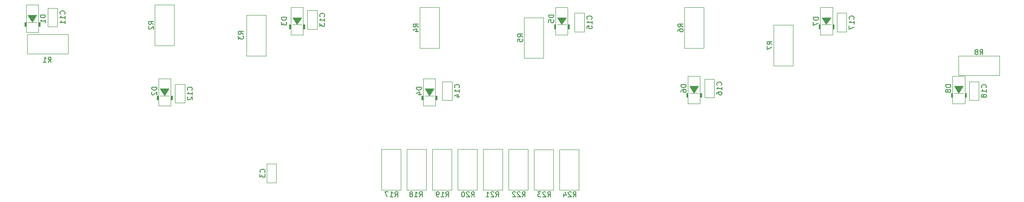
<source format=gbr>
%TF.GenerationSoftware,KiCad,Pcbnew,7.0.9*%
%TF.CreationDate,2024-06-20T14:31:36+03:00*%
%TF.ProjectId,_____ ____ __________,1f3b3042-3020-4443-9e42-3e2041323542,rev?*%
%TF.SameCoordinates,Original*%
%TF.FileFunction,Legend,Bot*%
%TF.FilePolarity,Positive*%
%FSLAX46Y46*%
G04 Gerber Fmt 4.6, Leading zero omitted, Abs format (unit mm)*
G04 Created by KiCad (PCBNEW 7.0.9) date 2024-06-20 14:31:36*
%MOMM*%
%LPD*%
G01*
G04 APERTURE LIST*
%ADD10C,0.150000*%
%ADD11C,0.120000*%
%ADD12C,0.100000*%
G04 APERTURE END LIST*
D10*
X39359580Y-52857142D02*
X39407200Y-52809523D01*
X39407200Y-52809523D02*
X39454819Y-52666666D01*
X39454819Y-52666666D02*
X39454819Y-52571428D01*
X39454819Y-52571428D02*
X39407200Y-52428571D01*
X39407200Y-52428571D02*
X39311961Y-52333333D01*
X39311961Y-52333333D02*
X39216723Y-52285714D01*
X39216723Y-52285714D02*
X39026247Y-52238095D01*
X39026247Y-52238095D02*
X38883390Y-52238095D01*
X38883390Y-52238095D02*
X38692914Y-52285714D01*
X38692914Y-52285714D02*
X38597676Y-52333333D01*
X38597676Y-52333333D02*
X38502438Y-52428571D01*
X38502438Y-52428571D02*
X38454819Y-52571428D01*
X38454819Y-52571428D02*
X38454819Y-52666666D01*
X38454819Y-52666666D02*
X38502438Y-52809523D01*
X38502438Y-52809523D02*
X38550057Y-52857142D01*
X39454819Y-53809523D02*
X39454819Y-53238095D01*
X39454819Y-53523809D02*
X38454819Y-53523809D01*
X38454819Y-53523809D02*
X38597676Y-53428571D01*
X38597676Y-53428571D02*
X38692914Y-53333333D01*
X38692914Y-53333333D02*
X38740533Y-53238095D01*
X39454819Y-54761904D02*
X39454819Y-54190476D01*
X39454819Y-54476190D02*
X38454819Y-54476190D01*
X38454819Y-54476190D02*
X38597676Y-54380952D01*
X38597676Y-54380952D02*
X38692914Y-54285714D01*
X38692914Y-54285714D02*
X38740533Y-54190476D01*
X129334819Y-57383333D02*
X128858628Y-57050000D01*
X129334819Y-56811905D02*
X128334819Y-56811905D01*
X128334819Y-56811905D02*
X128334819Y-57192857D01*
X128334819Y-57192857D02*
X128382438Y-57288095D01*
X128382438Y-57288095D02*
X128430057Y-57335714D01*
X128430057Y-57335714D02*
X128525295Y-57383333D01*
X128525295Y-57383333D02*
X128668152Y-57383333D01*
X128668152Y-57383333D02*
X128763390Y-57335714D01*
X128763390Y-57335714D02*
X128811009Y-57288095D01*
X128811009Y-57288095D02*
X128858628Y-57192857D01*
X128858628Y-57192857D02*
X128858628Y-56811905D01*
X128334819Y-58288095D02*
X128334819Y-57811905D01*
X128334819Y-57811905D02*
X128811009Y-57764286D01*
X128811009Y-57764286D02*
X128763390Y-57811905D01*
X128763390Y-57811905D02*
X128715771Y-57907143D01*
X128715771Y-57907143D02*
X128715771Y-58145238D01*
X128715771Y-58145238D02*
X128763390Y-58240476D01*
X128763390Y-58240476D02*
X128811009Y-58288095D01*
X128811009Y-58288095D02*
X128906247Y-58335714D01*
X128906247Y-58335714D02*
X129144342Y-58335714D01*
X129144342Y-58335714D02*
X129239580Y-58288095D01*
X129239580Y-58288095D02*
X129287200Y-58240476D01*
X129287200Y-58240476D02*
X129334819Y-58145238D01*
X129334819Y-58145238D02*
X129334819Y-57907143D01*
X129334819Y-57907143D02*
X129287200Y-57811905D01*
X129287200Y-57811905D02*
X129239580Y-57764286D01*
X213454819Y-66761905D02*
X212454819Y-66761905D01*
X212454819Y-66761905D02*
X212454819Y-67000000D01*
X212454819Y-67000000D02*
X212502438Y-67142857D01*
X212502438Y-67142857D02*
X212597676Y-67238095D01*
X212597676Y-67238095D02*
X212692914Y-67285714D01*
X212692914Y-67285714D02*
X212883390Y-67333333D01*
X212883390Y-67333333D02*
X213026247Y-67333333D01*
X213026247Y-67333333D02*
X213216723Y-67285714D01*
X213216723Y-67285714D02*
X213311961Y-67238095D01*
X213311961Y-67238095D02*
X213407200Y-67142857D01*
X213407200Y-67142857D02*
X213454819Y-67000000D01*
X213454819Y-67000000D02*
X213454819Y-66761905D01*
X212883390Y-67904762D02*
X212835771Y-67809524D01*
X212835771Y-67809524D02*
X212788152Y-67761905D01*
X212788152Y-67761905D02*
X212692914Y-67714286D01*
X212692914Y-67714286D02*
X212645295Y-67714286D01*
X212645295Y-67714286D02*
X212550057Y-67761905D01*
X212550057Y-67761905D02*
X212502438Y-67809524D01*
X212502438Y-67809524D02*
X212454819Y-67904762D01*
X212454819Y-67904762D02*
X212454819Y-68095238D01*
X212454819Y-68095238D02*
X212502438Y-68190476D01*
X212502438Y-68190476D02*
X212550057Y-68238095D01*
X212550057Y-68238095D02*
X212645295Y-68285714D01*
X212645295Y-68285714D02*
X212692914Y-68285714D01*
X212692914Y-68285714D02*
X212788152Y-68238095D01*
X212788152Y-68238095D02*
X212835771Y-68190476D01*
X212835771Y-68190476D02*
X212883390Y-68095238D01*
X212883390Y-68095238D02*
X212883390Y-67904762D01*
X212883390Y-67904762D02*
X212931009Y-67809524D01*
X212931009Y-67809524D02*
X212978628Y-67761905D01*
X212978628Y-67761905D02*
X213073866Y-67714286D01*
X213073866Y-67714286D02*
X213264342Y-67714286D01*
X213264342Y-67714286D02*
X213359580Y-67761905D01*
X213359580Y-67761905D02*
X213407200Y-67809524D01*
X213407200Y-67809524D02*
X213454819Y-67904762D01*
X213454819Y-67904762D02*
X213454819Y-68095238D01*
X213454819Y-68095238D02*
X213407200Y-68190476D01*
X213407200Y-68190476D02*
X213359580Y-68238095D01*
X213359580Y-68238095D02*
X213264342Y-68285714D01*
X213264342Y-68285714D02*
X213073866Y-68285714D01*
X213073866Y-68285714D02*
X212978628Y-68238095D01*
X212978628Y-68238095D02*
X212931009Y-68190476D01*
X212931009Y-68190476D02*
X212883390Y-68095238D01*
X168359580Y-66857142D02*
X168407200Y-66809523D01*
X168407200Y-66809523D02*
X168454819Y-66666666D01*
X168454819Y-66666666D02*
X168454819Y-66571428D01*
X168454819Y-66571428D02*
X168407200Y-66428571D01*
X168407200Y-66428571D02*
X168311961Y-66333333D01*
X168311961Y-66333333D02*
X168216723Y-66285714D01*
X168216723Y-66285714D02*
X168026247Y-66238095D01*
X168026247Y-66238095D02*
X167883390Y-66238095D01*
X167883390Y-66238095D02*
X167692914Y-66285714D01*
X167692914Y-66285714D02*
X167597676Y-66333333D01*
X167597676Y-66333333D02*
X167502438Y-66428571D01*
X167502438Y-66428571D02*
X167454819Y-66571428D01*
X167454819Y-66571428D02*
X167454819Y-66666666D01*
X167454819Y-66666666D02*
X167502438Y-66809523D01*
X167502438Y-66809523D02*
X167550057Y-66857142D01*
X168454819Y-67809523D02*
X168454819Y-67238095D01*
X168454819Y-67523809D02*
X167454819Y-67523809D01*
X167454819Y-67523809D02*
X167597676Y-67428571D01*
X167597676Y-67428571D02*
X167692914Y-67333333D01*
X167692914Y-67333333D02*
X167740533Y-67238095D01*
X167454819Y-68666666D02*
X167454819Y-68476190D01*
X167454819Y-68476190D02*
X167502438Y-68380952D01*
X167502438Y-68380952D02*
X167550057Y-68333333D01*
X167550057Y-68333333D02*
X167692914Y-68238095D01*
X167692914Y-68238095D02*
X167883390Y-68190476D01*
X167883390Y-68190476D02*
X168264342Y-68190476D01*
X168264342Y-68190476D02*
X168359580Y-68238095D01*
X168359580Y-68238095D02*
X168407200Y-68285714D01*
X168407200Y-68285714D02*
X168454819Y-68380952D01*
X168454819Y-68380952D02*
X168454819Y-68571428D01*
X168454819Y-68571428D02*
X168407200Y-68666666D01*
X168407200Y-68666666D02*
X168359580Y-68714285D01*
X168359580Y-68714285D02*
X168264342Y-68761904D01*
X168264342Y-68761904D02*
X168026247Y-68761904D01*
X168026247Y-68761904D02*
X167931009Y-68714285D01*
X167931009Y-68714285D02*
X167883390Y-68666666D01*
X167883390Y-68666666D02*
X167835771Y-68571428D01*
X167835771Y-68571428D02*
X167835771Y-68380952D01*
X167835771Y-68380952D02*
X167883390Y-68285714D01*
X167883390Y-68285714D02*
X167931009Y-68238095D01*
X167931009Y-68238095D02*
X168026247Y-68190476D01*
X90359580Y-53357142D02*
X90407200Y-53309523D01*
X90407200Y-53309523D02*
X90454819Y-53166666D01*
X90454819Y-53166666D02*
X90454819Y-53071428D01*
X90454819Y-53071428D02*
X90407200Y-52928571D01*
X90407200Y-52928571D02*
X90311961Y-52833333D01*
X90311961Y-52833333D02*
X90216723Y-52785714D01*
X90216723Y-52785714D02*
X90026247Y-52738095D01*
X90026247Y-52738095D02*
X89883390Y-52738095D01*
X89883390Y-52738095D02*
X89692914Y-52785714D01*
X89692914Y-52785714D02*
X89597676Y-52833333D01*
X89597676Y-52833333D02*
X89502438Y-52928571D01*
X89502438Y-52928571D02*
X89454819Y-53071428D01*
X89454819Y-53071428D02*
X89454819Y-53166666D01*
X89454819Y-53166666D02*
X89502438Y-53309523D01*
X89502438Y-53309523D02*
X89550057Y-53357142D01*
X90454819Y-54309523D02*
X90454819Y-53738095D01*
X90454819Y-54023809D02*
X89454819Y-54023809D01*
X89454819Y-54023809D02*
X89597676Y-53928571D01*
X89597676Y-53928571D02*
X89692914Y-53833333D01*
X89692914Y-53833333D02*
X89740533Y-53738095D01*
X89454819Y-54642857D02*
X89454819Y-55261904D01*
X89454819Y-55261904D02*
X89835771Y-54928571D01*
X89835771Y-54928571D02*
X89835771Y-55071428D01*
X89835771Y-55071428D02*
X89883390Y-55166666D01*
X89883390Y-55166666D02*
X89931009Y-55214285D01*
X89931009Y-55214285D02*
X90026247Y-55261904D01*
X90026247Y-55261904D02*
X90264342Y-55261904D01*
X90264342Y-55261904D02*
X90359580Y-55214285D01*
X90359580Y-55214285D02*
X90407200Y-55166666D01*
X90407200Y-55166666D02*
X90454819Y-55071428D01*
X90454819Y-55071428D02*
X90454819Y-54785714D01*
X90454819Y-54785714D02*
X90407200Y-54690476D01*
X90407200Y-54690476D02*
X90359580Y-54642857D01*
X109042857Y-88854819D02*
X109376190Y-88378628D01*
X109614285Y-88854819D02*
X109614285Y-87854819D01*
X109614285Y-87854819D02*
X109233333Y-87854819D01*
X109233333Y-87854819D02*
X109138095Y-87902438D01*
X109138095Y-87902438D02*
X109090476Y-87950057D01*
X109090476Y-87950057D02*
X109042857Y-88045295D01*
X109042857Y-88045295D02*
X109042857Y-88188152D01*
X109042857Y-88188152D02*
X109090476Y-88283390D01*
X109090476Y-88283390D02*
X109138095Y-88331009D01*
X109138095Y-88331009D02*
X109233333Y-88378628D01*
X109233333Y-88378628D02*
X109614285Y-88378628D01*
X108090476Y-88854819D02*
X108661904Y-88854819D01*
X108376190Y-88854819D02*
X108376190Y-87854819D01*
X108376190Y-87854819D02*
X108471428Y-87997676D01*
X108471428Y-87997676D02*
X108566666Y-88092914D01*
X108566666Y-88092914D02*
X108661904Y-88140533D01*
X107519047Y-88283390D02*
X107614285Y-88235771D01*
X107614285Y-88235771D02*
X107661904Y-88188152D01*
X107661904Y-88188152D02*
X107709523Y-88092914D01*
X107709523Y-88092914D02*
X107709523Y-88045295D01*
X107709523Y-88045295D02*
X107661904Y-87950057D01*
X107661904Y-87950057D02*
X107614285Y-87902438D01*
X107614285Y-87902438D02*
X107519047Y-87854819D01*
X107519047Y-87854819D02*
X107328571Y-87854819D01*
X107328571Y-87854819D02*
X107233333Y-87902438D01*
X107233333Y-87902438D02*
X107185714Y-87950057D01*
X107185714Y-87950057D02*
X107138095Y-88045295D01*
X107138095Y-88045295D02*
X107138095Y-88092914D01*
X107138095Y-88092914D02*
X107185714Y-88188152D01*
X107185714Y-88188152D02*
X107233333Y-88235771D01*
X107233333Y-88235771D02*
X107328571Y-88283390D01*
X107328571Y-88283390D02*
X107519047Y-88283390D01*
X107519047Y-88283390D02*
X107614285Y-88331009D01*
X107614285Y-88331009D02*
X107661904Y-88378628D01*
X107661904Y-88378628D02*
X107709523Y-88473866D01*
X107709523Y-88473866D02*
X107709523Y-88664342D01*
X107709523Y-88664342D02*
X107661904Y-88759580D01*
X107661904Y-88759580D02*
X107614285Y-88807200D01*
X107614285Y-88807200D02*
X107519047Y-88854819D01*
X107519047Y-88854819D02*
X107328571Y-88854819D01*
X107328571Y-88854819D02*
X107233333Y-88807200D01*
X107233333Y-88807200D02*
X107185714Y-88759580D01*
X107185714Y-88759580D02*
X107138095Y-88664342D01*
X107138095Y-88664342D02*
X107138095Y-88473866D01*
X107138095Y-88473866D02*
X107185714Y-88378628D01*
X107185714Y-88378628D02*
X107233333Y-88331009D01*
X107233333Y-88331009D02*
X107328571Y-88283390D01*
X139242857Y-88854819D02*
X139576190Y-88378628D01*
X139814285Y-88854819D02*
X139814285Y-87854819D01*
X139814285Y-87854819D02*
X139433333Y-87854819D01*
X139433333Y-87854819D02*
X139338095Y-87902438D01*
X139338095Y-87902438D02*
X139290476Y-87950057D01*
X139290476Y-87950057D02*
X139242857Y-88045295D01*
X139242857Y-88045295D02*
X139242857Y-88188152D01*
X139242857Y-88188152D02*
X139290476Y-88283390D01*
X139290476Y-88283390D02*
X139338095Y-88331009D01*
X139338095Y-88331009D02*
X139433333Y-88378628D01*
X139433333Y-88378628D02*
X139814285Y-88378628D01*
X138861904Y-87950057D02*
X138814285Y-87902438D01*
X138814285Y-87902438D02*
X138719047Y-87854819D01*
X138719047Y-87854819D02*
X138480952Y-87854819D01*
X138480952Y-87854819D02*
X138385714Y-87902438D01*
X138385714Y-87902438D02*
X138338095Y-87950057D01*
X138338095Y-87950057D02*
X138290476Y-88045295D01*
X138290476Y-88045295D02*
X138290476Y-88140533D01*
X138290476Y-88140533D02*
X138338095Y-88283390D01*
X138338095Y-88283390D02*
X138909523Y-88854819D01*
X138909523Y-88854819D02*
X138290476Y-88854819D01*
X137433333Y-88188152D02*
X137433333Y-88854819D01*
X137671428Y-87807200D02*
X137909523Y-88521485D01*
X137909523Y-88521485D02*
X137290476Y-88521485D01*
X124042857Y-88854819D02*
X124376190Y-88378628D01*
X124614285Y-88854819D02*
X124614285Y-87854819D01*
X124614285Y-87854819D02*
X124233333Y-87854819D01*
X124233333Y-87854819D02*
X124138095Y-87902438D01*
X124138095Y-87902438D02*
X124090476Y-87950057D01*
X124090476Y-87950057D02*
X124042857Y-88045295D01*
X124042857Y-88045295D02*
X124042857Y-88188152D01*
X124042857Y-88188152D02*
X124090476Y-88283390D01*
X124090476Y-88283390D02*
X124138095Y-88331009D01*
X124138095Y-88331009D02*
X124233333Y-88378628D01*
X124233333Y-88378628D02*
X124614285Y-88378628D01*
X123661904Y-87950057D02*
X123614285Y-87902438D01*
X123614285Y-87902438D02*
X123519047Y-87854819D01*
X123519047Y-87854819D02*
X123280952Y-87854819D01*
X123280952Y-87854819D02*
X123185714Y-87902438D01*
X123185714Y-87902438D02*
X123138095Y-87950057D01*
X123138095Y-87950057D02*
X123090476Y-88045295D01*
X123090476Y-88045295D02*
X123090476Y-88140533D01*
X123090476Y-88140533D02*
X123138095Y-88283390D01*
X123138095Y-88283390D02*
X123709523Y-88854819D01*
X123709523Y-88854819D02*
X123090476Y-88854819D01*
X122138095Y-88854819D02*
X122709523Y-88854819D01*
X122423809Y-88854819D02*
X122423809Y-87854819D01*
X122423809Y-87854819D02*
X122519047Y-87997676D01*
X122519047Y-87997676D02*
X122614285Y-88092914D01*
X122614285Y-88092914D02*
X122709523Y-88140533D01*
X129242857Y-88854819D02*
X129576190Y-88378628D01*
X129814285Y-88854819D02*
X129814285Y-87854819D01*
X129814285Y-87854819D02*
X129433333Y-87854819D01*
X129433333Y-87854819D02*
X129338095Y-87902438D01*
X129338095Y-87902438D02*
X129290476Y-87950057D01*
X129290476Y-87950057D02*
X129242857Y-88045295D01*
X129242857Y-88045295D02*
X129242857Y-88188152D01*
X129242857Y-88188152D02*
X129290476Y-88283390D01*
X129290476Y-88283390D02*
X129338095Y-88331009D01*
X129338095Y-88331009D02*
X129433333Y-88378628D01*
X129433333Y-88378628D02*
X129814285Y-88378628D01*
X128861904Y-87950057D02*
X128814285Y-87902438D01*
X128814285Y-87902438D02*
X128719047Y-87854819D01*
X128719047Y-87854819D02*
X128480952Y-87854819D01*
X128480952Y-87854819D02*
X128385714Y-87902438D01*
X128385714Y-87902438D02*
X128338095Y-87950057D01*
X128338095Y-87950057D02*
X128290476Y-88045295D01*
X128290476Y-88045295D02*
X128290476Y-88140533D01*
X128290476Y-88140533D02*
X128338095Y-88283390D01*
X128338095Y-88283390D02*
X128909523Y-88854819D01*
X128909523Y-88854819D02*
X128290476Y-88854819D01*
X127909523Y-87950057D02*
X127861904Y-87902438D01*
X127861904Y-87902438D02*
X127766666Y-87854819D01*
X127766666Y-87854819D02*
X127528571Y-87854819D01*
X127528571Y-87854819D02*
X127433333Y-87902438D01*
X127433333Y-87902438D02*
X127385714Y-87950057D01*
X127385714Y-87950057D02*
X127338095Y-88045295D01*
X127338095Y-88045295D02*
X127338095Y-88140533D01*
X127338095Y-88140533D02*
X127385714Y-88283390D01*
X127385714Y-88283390D02*
X127957142Y-88854819D01*
X127957142Y-88854819D02*
X127338095Y-88854819D01*
X160834819Y-55383333D02*
X160358628Y-55050000D01*
X160834819Y-54811905D02*
X159834819Y-54811905D01*
X159834819Y-54811905D02*
X159834819Y-55192857D01*
X159834819Y-55192857D02*
X159882438Y-55288095D01*
X159882438Y-55288095D02*
X159930057Y-55335714D01*
X159930057Y-55335714D02*
X160025295Y-55383333D01*
X160025295Y-55383333D02*
X160168152Y-55383333D01*
X160168152Y-55383333D02*
X160263390Y-55335714D01*
X160263390Y-55335714D02*
X160311009Y-55288095D01*
X160311009Y-55288095D02*
X160358628Y-55192857D01*
X160358628Y-55192857D02*
X160358628Y-54811905D01*
X159834819Y-56240476D02*
X159834819Y-56050000D01*
X159834819Y-56050000D02*
X159882438Y-55954762D01*
X159882438Y-55954762D02*
X159930057Y-55907143D01*
X159930057Y-55907143D02*
X160072914Y-55811905D01*
X160072914Y-55811905D02*
X160263390Y-55764286D01*
X160263390Y-55764286D02*
X160644342Y-55764286D01*
X160644342Y-55764286D02*
X160739580Y-55811905D01*
X160739580Y-55811905D02*
X160787200Y-55859524D01*
X160787200Y-55859524D02*
X160834819Y-55954762D01*
X160834819Y-55954762D02*
X160834819Y-56145238D01*
X160834819Y-56145238D02*
X160787200Y-56240476D01*
X160787200Y-56240476D02*
X160739580Y-56288095D01*
X160739580Y-56288095D02*
X160644342Y-56335714D01*
X160644342Y-56335714D02*
X160406247Y-56335714D01*
X160406247Y-56335714D02*
X160311009Y-56288095D01*
X160311009Y-56288095D02*
X160263390Y-56240476D01*
X160263390Y-56240476D02*
X160215771Y-56145238D01*
X160215771Y-56145238D02*
X160215771Y-55954762D01*
X160215771Y-55954762D02*
X160263390Y-55859524D01*
X160263390Y-55859524D02*
X160311009Y-55811905D01*
X160311009Y-55811905D02*
X160406247Y-55764286D01*
X161454819Y-66761905D02*
X160454819Y-66761905D01*
X160454819Y-66761905D02*
X160454819Y-67000000D01*
X160454819Y-67000000D02*
X160502438Y-67142857D01*
X160502438Y-67142857D02*
X160597676Y-67238095D01*
X160597676Y-67238095D02*
X160692914Y-67285714D01*
X160692914Y-67285714D02*
X160883390Y-67333333D01*
X160883390Y-67333333D02*
X161026247Y-67333333D01*
X161026247Y-67333333D02*
X161216723Y-67285714D01*
X161216723Y-67285714D02*
X161311961Y-67238095D01*
X161311961Y-67238095D02*
X161407200Y-67142857D01*
X161407200Y-67142857D02*
X161454819Y-67000000D01*
X161454819Y-67000000D02*
X161454819Y-66761905D01*
X160454819Y-68190476D02*
X160454819Y-68000000D01*
X160454819Y-68000000D02*
X160502438Y-67904762D01*
X160502438Y-67904762D02*
X160550057Y-67857143D01*
X160550057Y-67857143D02*
X160692914Y-67761905D01*
X160692914Y-67761905D02*
X160883390Y-67714286D01*
X160883390Y-67714286D02*
X161264342Y-67714286D01*
X161264342Y-67714286D02*
X161359580Y-67761905D01*
X161359580Y-67761905D02*
X161407200Y-67809524D01*
X161407200Y-67809524D02*
X161454819Y-67904762D01*
X161454819Y-67904762D02*
X161454819Y-68095238D01*
X161454819Y-68095238D02*
X161407200Y-68190476D01*
X161407200Y-68190476D02*
X161359580Y-68238095D01*
X161359580Y-68238095D02*
X161264342Y-68285714D01*
X161264342Y-68285714D02*
X161026247Y-68285714D01*
X161026247Y-68285714D02*
X160931009Y-68238095D01*
X160931009Y-68238095D02*
X160883390Y-68190476D01*
X160883390Y-68190476D02*
X160835771Y-68095238D01*
X160835771Y-68095238D02*
X160835771Y-67904762D01*
X160835771Y-67904762D02*
X160883390Y-67809524D01*
X160883390Y-67809524D02*
X160931009Y-67761905D01*
X160931009Y-67761905D02*
X161026247Y-67714286D01*
X109454819Y-67261905D02*
X108454819Y-67261905D01*
X108454819Y-67261905D02*
X108454819Y-67500000D01*
X108454819Y-67500000D02*
X108502438Y-67642857D01*
X108502438Y-67642857D02*
X108597676Y-67738095D01*
X108597676Y-67738095D02*
X108692914Y-67785714D01*
X108692914Y-67785714D02*
X108883390Y-67833333D01*
X108883390Y-67833333D02*
X109026247Y-67833333D01*
X109026247Y-67833333D02*
X109216723Y-67785714D01*
X109216723Y-67785714D02*
X109311961Y-67738095D01*
X109311961Y-67738095D02*
X109407200Y-67642857D01*
X109407200Y-67642857D02*
X109454819Y-67500000D01*
X109454819Y-67500000D02*
X109454819Y-67261905D01*
X108788152Y-68690476D02*
X109454819Y-68690476D01*
X108407200Y-68452381D02*
X109121485Y-68214286D01*
X109121485Y-68214286D02*
X109121485Y-68833333D01*
X194359580Y-53857142D02*
X194407200Y-53809523D01*
X194407200Y-53809523D02*
X194454819Y-53666666D01*
X194454819Y-53666666D02*
X194454819Y-53571428D01*
X194454819Y-53571428D02*
X194407200Y-53428571D01*
X194407200Y-53428571D02*
X194311961Y-53333333D01*
X194311961Y-53333333D02*
X194216723Y-53285714D01*
X194216723Y-53285714D02*
X194026247Y-53238095D01*
X194026247Y-53238095D02*
X193883390Y-53238095D01*
X193883390Y-53238095D02*
X193692914Y-53285714D01*
X193692914Y-53285714D02*
X193597676Y-53333333D01*
X193597676Y-53333333D02*
X193502438Y-53428571D01*
X193502438Y-53428571D02*
X193454819Y-53571428D01*
X193454819Y-53571428D02*
X193454819Y-53666666D01*
X193454819Y-53666666D02*
X193502438Y-53809523D01*
X193502438Y-53809523D02*
X193550057Y-53857142D01*
X194454819Y-54809523D02*
X194454819Y-54238095D01*
X194454819Y-54523809D02*
X193454819Y-54523809D01*
X193454819Y-54523809D02*
X193597676Y-54428571D01*
X193597676Y-54428571D02*
X193692914Y-54333333D01*
X193692914Y-54333333D02*
X193740533Y-54238095D01*
X193454819Y-55142857D02*
X193454819Y-55809523D01*
X193454819Y-55809523D02*
X194454819Y-55380952D01*
X220359580Y-67357142D02*
X220407200Y-67309523D01*
X220407200Y-67309523D02*
X220454819Y-67166666D01*
X220454819Y-67166666D02*
X220454819Y-67071428D01*
X220454819Y-67071428D02*
X220407200Y-66928571D01*
X220407200Y-66928571D02*
X220311961Y-66833333D01*
X220311961Y-66833333D02*
X220216723Y-66785714D01*
X220216723Y-66785714D02*
X220026247Y-66738095D01*
X220026247Y-66738095D02*
X219883390Y-66738095D01*
X219883390Y-66738095D02*
X219692914Y-66785714D01*
X219692914Y-66785714D02*
X219597676Y-66833333D01*
X219597676Y-66833333D02*
X219502438Y-66928571D01*
X219502438Y-66928571D02*
X219454819Y-67071428D01*
X219454819Y-67071428D02*
X219454819Y-67166666D01*
X219454819Y-67166666D02*
X219502438Y-67309523D01*
X219502438Y-67309523D02*
X219550057Y-67357142D01*
X220454819Y-68309523D02*
X220454819Y-67738095D01*
X220454819Y-68023809D02*
X219454819Y-68023809D01*
X219454819Y-68023809D02*
X219597676Y-67928571D01*
X219597676Y-67928571D02*
X219692914Y-67833333D01*
X219692914Y-67833333D02*
X219740533Y-67738095D01*
X219883390Y-68880952D02*
X219835771Y-68785714D01*
X219835771Y-68785714D02*
X219788152Y-68738095D01*
X219788152Y-68738095D02*
X219692914Y-68690476D01*
X219692914Y-68690476D02*
X219645295Y-68690476D01*
X219645295Y-68690476D02*
X219550057Y-68738095D01*
X219550057Y-68738095D02*
X219502438Y-68785714D01*
X219502438Y-68785714D02*
X219454819Y-68880952D01*
X219454819Y-68880952D02*
X219454819Y-69071428D01*
X219454819Y-69071428D02*
X219502438Y-69166666D01*
X219502438Y-69166666D02*
X219550057Y-69214285D01*
X219550057Y-69214285D02*
X219645295Y-69261904D01*
X219645295Y-69261904D02*
X219692914Y-69261904D01*
X219692914Y-69261904D02*
X219788152Y-69214285D01*
X219788152Y-69214285D02*
X219835771Y-69166666D01*
X219835771Y-69166666D02*
X219883390Y-69071428D01*
X219883390Y-69071428D02*
X219883390Y-68880952D01*
X219883390Y-68880952D02*
X219931009Y-68785714D01*
X219931009Y-68785714D02*
X219978628Y-68738095D01*
X219978628Y-68738095D02*
X220073866Y-68690476D01*
X220073866Y-68690476D02*
X220264342Y-68690476D01*
X220264342Y-68690476D02*
X220359580Y-68738095D01*
X220359580Y-68738095D02*
X220407200Y-68785714D01*
X220407200Y-68785714D02*
X220454819Y-68880952D01*
X220454819Y-68880952D02*
X220454819Y-69071428D01*
X220454819Y-69071428D02*
X220407200Y-69166666D01*
X220407200Y-69166666D02*
X220359580Y-69214285D01*
X220359580Y-69214285D02*
X220264342Y-69261904D01*
X220264342Y-69261904D02*
X220073866Y-69261904D01*
X220073866Y-69261904D02*
X219978628Y-69214285D01*
X219978628Y-69214285D02*
X219931009Y-69166666D01*
X219931009Y-69166666D02*
X219883390Y-69071428D01*
X64359580Y-67857142D02*
X64407200Y-67809523D01*
X64407200Y-67809523D02*
X64454819Y-67666666D01*
X64454819Y-67666666D02*
X64454819Y-67571428D01*
X64454819Y-67571428D02*
X64407200Y-67428571D01*
X64407200Y-67428571D02*
X64311961Y-67333333D01*
X64311961Y-67333333D02*
X64216723Y-67285714D01*
X64216723Y-67285714D02*
X64026247Y-67238095D01*
X64026247Y-67238095D02*
X63883390Y-67238095D01*
X63883390Y-67238095D02*
X63692914Y-67285714D01*
X63692914Y-67285714D02*
X63597676Y-67333333D01*
X63597676Y-67333333D02*
X63502438Y-67428571D01*
X63502438Y-67428571D02*
X63454819Y-67571428D01*
X63454819Y-67571428D02*
X63454819Y-67666666D01*
X63454819Y-67666666D02*
X63502438Y-67809523D01*
X63502438Y-67809523D02*
X63550057Y-67857142D01*
X64454819Y-68809523D02*
X64454819Y-68238095D01*
X64454819Y-68523809D02*
X63454819Y-68523809D01*
X63454819Y-68523809D02*
X63597676Y-68428571D01*
X63597676Y-68428571D02*
X63692914Y-68333333D01*
X63692914Y-68333333D02*
X63740533Y-68238095D01*
X63550057Y-69190476D02*
X63502438Y-69238095D01*
X63502438Y-69238095D02*
X63454819Y-69333333D01*
X63454819Y-69333333D02*
X63454819Y-69571428D01*
X63454819Y-69571428D02*
X63502438Y-69666666D01*
X63502438Y-69666666D02*
X63550057Y-69714285D01*
X63550057Y-69714285D02*
X63645295Y-69761904D01*
X63645295Y-69761904D02*
X63740533Y-69761904D01*
X63740533Y-69761904D02*
X63883390Y-69714285D01*
X63883390Y-69714285D02*
X64454819Y-69142857D01*
X64454819Y-69142857D02*
X64454819Y-69761904D01*
X219166666Y-60834819D02*
X219499999Y-60358628D01*
X219738094Y-60834819D02*
X219738094Y-59834819D01*
X219738094Y-59834819D02*
X219357142Y-59834819D01*
X219357142Y-59834819D02*
X219261904Y-59882438D01*
X219261904Y-59882438D02*
X219214285Y-59930057D01*
X219214285Y-59930057D02*
X219166666Y-60025295D01*
X219166666Y-60025295D02*
X219166666Y-60168152D01*
X219166666Y-60168152D02*
X219214285Y-60263390D01*
X219214285Y-60263390D02*
X219261904Y-60311009D01*
X219261904Y-60311009D02*
X219357142Y-60358628D01*
X219357142Y-60358628D02*
X219738094Y-60358628D01*
X218595237Y-60263390D02*
X218690475Y-60215771D01*
X218690475Y-60215771D02*
X218738094Y-60168152D01*
X218738094Y-60168152D02*
X218785713Y-60072914D01*
X218785713Y-60072914D02*
X218785713Y-60025295D01*
X218785713Y-60025295D02*
X218738094Y-59930057D01*
X218738094Y-59930057D02*
X218690475Y-59882438D01*
X218690475Y-59882438D02*
X218595237Y-59834819D01*
X218595237Y-59834819D02*
X218404761Y-59834819D01*
X218404761Y-59834819D02*
X218309523Y-59882438D01*
X218309523Y-59882438D02*
X218261904Y-59930057D01*
X218261904Y-59930057D02*
X218214285Y-60025295D01*
X218214285Y-60025295D02*
X218214285Y-60072914D01*
X218214285Y-60072914D02*
X218261904Y-60168152D01*
X218261904Y-60168152D02*
X218309523Y-60215771D01*
X218309523Y-60215771D02*
X218404761Y-60263390D01*
X218404761Y-60263390D02*
X218595237Y-60263390D01*
X218595237Y-60263390D02*
X218690475Y-60311009D01*
X218690475Y-60311009D02*
X218738094Y-60358628D01*
X218738094Y-60358628D02*
X218785713Y-60453866D01*
X218785713Y-60453866D02*
X218785713Y-60644342D01*
X218785713Y-60644342D02*
X218738094Y-60739580D01*
X218738094Y-60739580D02*
X218690475Y-60787200D01*
X218690475Y-60787200D02*
X218595237Y-60834819D01*
X218595237Y-60834819D02*
X218404761Y-60834819D01*
X218404761Y-60834819D02*
X218309523Y-60787200D01*
X218309523Y-60787200D02*
X218261904Y-60739580D01*
X218261904Y-60739580D02*
X218214285Y-60644342D01*
X218214285Y-60644342D02*
X218214285Y-60453866D01*
X218214285Y-60453866D02*
X218261904Y-60358628D01*
X218261904Y-60358628D02*
X218309523Y-60311009D01*
X218309523Y-60311009D02*
X218404761Y-60263390D01*
X78645080Y-84033333D02*
X78692700Y-83985714D01*
X78692700Y-83985714D02*
X78740319Y-83842857D01*
X78740319Y-83842857D02*
X78740319Y-83747619D01*
X78740319Y-83747619D02*
X78692700Y-83604762D01*
X78692700Y-83604762D02*
X78597461Y-83509524D01*
X78597461Y-83509524D02*
X78502223Y-83461905D01*
X78502223Y-83461905D02*
X78311747Y-83414286D01*
X78311747Y-83414286D02*
X78168890Y-83414286D01*
X78168890Y-83414286D02*
X77978414Y-83461905D01*
X77978414Y-83461905D02*
X77883176Y-83509524D01*
X77883176Y-83509524D02*
X77787938Y-83604762D01*
X77787938Y-83604762D02*
X77740319Y-83747619D01*
X77740319Y-83747619D02*
X77740319Y-83842857D01*
X77740319Y-83842857D02*
X77787938Y-83985714D01*
X77787938Y-83985714D02*
X77835557Y-84033333D01*
X77740319Y-84366667D02*
X77740319Y-84985714D01*
X77740319Y-84985714D02*
X78121271Y-84652381D01*
X78121271Y-84652381D02*
X78121271Y-84795238D01*
X78121271Y-84795238D02*
X78168890Y-84890476D01*
X78168890Y-84890476D02*
X78216509Y-84938095D01*
X78216509Y-84938095D02*
X78311747Y-84985714D01*
X78311747Y-84985714D02*
X78549842Y-84985714D01*
X78549842Y-84985714D02*
X78645080Y-84938095D01*
X78645080Y-84938095D02*
X78692700Y-84890476D01*
X78692700Y-84890476D02*
X78740319Y-84795238D01*
X78740319Y-84795238D02*
X78740319Y-84509524D01*
X78740319Y-84509524D02*
X78692700Y-84414286D01*
X78692700Y-84414286D02*
X78645080Y-84366667D01*
X178334819Y-58833333D02*
X177858628Y-58500000D01*
X178334819Y-58261905D02*
X177334819Y-58261905D01*
X177334819Y-58261905D02*
X177334819Y-58642857D01*
X177334819Y-58642857D02*
X177382438Y-58738095D01*
X177382438Y-58738095D02*
X177430057Y-58785714D01*
X177430057Y-58785714D02*
X177525295Y-58833333D01*
X177525295Y-58833333D02*
X177668152Y-58833333D01*
X177668152Y-58833333D02*
X177763390Y-58785714D01*
X177763390Y-58785714D02*
X177811009Y-58738095D01*
X177811009Y-58738095D02*
X177858628Y-58642857D01*
X177858628Y-58642857D02*
X177858628Y-58261905D01*
X177334819Y-59166667D02*
X177334819Y-59833333D01*
X177334819Y-59833333D02*
X178334819Y-59404762D01*
X114242857Y-88854819D02*
X114576190Y-88378628D01*
X114814285Y-88854819D02*
X114814285Y-87854819D01*
X114814285Y-87854819D02*
X114433333Y-87854819D01*
X114433333Y-87854819D02*
X114338095Y-87902438D01*
X114338095Y-87902438D02*
X114290476Y-87950057D01*
X114290476Y-87950057D02*
X114242857Y-88045295D01*
X114242857Y-88045295D02*
X114242857Y-88188152D01*
X114242857Y-88188152D02*
X114290476Y-88283390D01*
X114290476Y-88283390D02*
X114338095Y-88331009D01*
X114338095Y-88331009D02*
X114433333Y-88378628D01*
X114433333Y-88378628D02*
X114814285Y-88378628D01*
X113290476Y-88854819D02*
X113861904Y-88854819D01*
X113576190Y-88854819D02*
X113576190Y-87854819D01*
X113576190Y-87854819D02*
X113671428Y-87997676D01*
X113671428Y-87997676D02*
X113766666Y-88092914D01*
X113766666Y-88092914D02*
X113861904Y-88140533D01*
X112814285Y-88854819D02*
X112623809Y-88854819D01*
X112623809Y-88854819D02*
X112528571Y-88807200D01*
X112528571Y-88807200D02*
X112480952Y-88759580D01*
X112480952Y-88759580D02*
X112385714Y-88616723D01*
X112385714Y-88616723D02*
X112338095Y-88426247D01*
X112338095Y-88426247D02*
X112338095Y-88045295D01*
X112338095Y-88045295D02*
X112385714Y-87950057D01*
X112385714Y-87950057D02*
X112433333Y-87902438D01*
X112433333Y-87902438D02*
X112528571Y-87854819D01*
X112528571Y-87854819D02*
X112719047Y-87854819D01*
X112719047Y-87854819D02*
X112814285Y-87902438D01*
X112814285Y-87902438D02*
X112861904Y-87950057D01*
X112861904Y-87950057D02*
X112909523Y-88045295D01*
X112909523Y-88045295D02*
X112909523Y-88283390D01*
X112909523Y-88283390D02*
X112861904Y-88378628D01*
X112861904Y-88378628D02*
X112814285Y-88426247D01*
X112814285Y-88426247D02*
X112719047Y-88473866D01*
X112719047Y-88473866D02*
X112528571Y-88473866D01*
X112528571Y-88473866D02*
X112433333Y-88426247D01*
X112433333Y-88426247D02*
X112385714Y-88378628D01*
X112385714Y-88378628D02*
X112338095Y-88283390D01*
X56834819Y-54883333D02*
X56358628Y-54550000D01*
X56834819Y-54311905D02*
X55834819Y-54311905D01*
X55834819Y-54311905D02*
X55834819Y-54692857D01*
X55834819Y-54692857D02*
X55882438Y-54788095D01*
X55882438Y-54788095D02*
X55930057Y-54835714D01*
X55930057Y-54835714D02*
X56025295Y-54883333D01*
X56025295Y-54883333D02*
X56168152Y-54883333D01*
X56168152Y-54883333D02*
X56263390Y-54835714D01*
X56263390Y-54835714D02*
X56311009Y-54788095D01*
X56311009Y-54788095D02*
X56358628Y-54692857D01*
X56358628Y-54692857D02*
X56358628Y-54311905D01*
X55930057Y-55264286D02*
X55882438Y-55311905D01*
X55882438Y-55311905D02*
X55834819Y-55407143D01*
X55834819Y-55407143D02*
X55834819Y-55645238D01*
X55834819Y-55645238D02*
X55882438Y-55740476D01*
X55882438Y-55740476D02*
X55930057Y-55788095D01*
X55930057Y-55788095D02*
X56025295Y-55835714D01*
X56025295Y-55835714D02*
X56120533Y-55835714D01*
X56120533Y-55835714D02*
X56263390Y-55788095D01*
X56263390Y-55788095D02*
X56834819Y-55216667D01*
X56834819Y-55216667D02*
X56834819Y-55835714D01*
X36116666Y-62324819D02*
X36449999Y-61848628D01*
X36688094Y-62324819D02*
X36688094Y-61324819D01*
X36688094Y-61324819D02*
X36307142Y-61324819D01*
X36307142Y-61324819D02*
X36211904Y-61372438D01*
X36211904Y-61372438D02*
X36164285Y-61420057D01*
X36164285Y-61420057D02*
X36116666Y-61515295D01*
X36116666Y-61515295D02*
X36116666Y-61658152D01*
X36116666Y-61658152D02*
X36164285Y-61753390D01*
X36164285Y-61753390D02*
X36211904Y-61801009D01*
X36211904Y-61801009D02*
X36307142Y-61848628D01*
X36307142Y-61848628D02*
X36688094Y-61848628D01*
X35164285Y-62324819D02*
X35735713Y-62324819D01*
X35449999Y-62324819D02*
X35449999Y-61324819D01*
X35449999Y-61324819D02*
X35545237Y-61467676D01*
X35545237Y-61467676D02*
X35640475Y-61562914D01*
X35640475Y-61562914D02*
X35735713Y-61610533D01*
X134242857Y-88854819D02*
X134576190Y-88378628D01*
X134814285Y-88854819D02*
X134814285Y-87854819D01*
X134814285Y-87854819D02*
X134433333Y-87854819D01*
X134433333Y-87854819D02*
X134338095Y-87902438D01*
X134338095Y-87902438D02*
X134290476Y-87950057D01*
X134290476Y-87950057D02*
X134242857Y-88045295D01*
X134242857Y-88045295D02*
X134242857Y-88188152D01*
X134242857Y-88188152D02*
X134290476Y-88283390D01*
X134290476Y-88283390D02*
X134338095Y-88331009D01*
X134338095Y-88331009D02*
X134433333Y-88378628D01*
X134433333Y-88378628D02*
X134814285Y-88378628D01*
X133861904Y-87950057D02*
X133814285Y-87902438D01*
X133814285Y-87902438D02*
X133719047Y-87854819D01*
X133719047Y-87854819D02*
X133480952Y-87854819D01*
X133480952Y-87854819D02*
X133385714Y-87902438D01*
X133385714Y-87902438D02*
X133338095Y-87950057D01*
X133338095Y-87950057D02*
X133290476Y-88045295D01*
X133290476Y-88045295D02*
X133290476Y-88140533D01*
X133290476Y-88140533D02*
X133338095Y-88283390D01*
X133338095Y-88283390D02*
X133909523Y-88854819D01*
X133909523Y-88854819D02*
X133290476Y-88854819D01*
X132957142Y-87854819D02*
X132338095Y-87854819D01*
X132338095Y-87854819D02*
X132671428Y-88235771D01*
X132671428Y-88235771D02*
X132528571Y-88235771D01*
X132528571Y-88235771D02*
X132433333Y-88283390D01*
X132433333Y-88283390D02*
X132385714Y-88331009D01*
X132385714Y-88331009D02*
X132338095Y-88426247D01*
X132338095Y-88426247D02*
X132338095Y-88664342D01*
X132338095Y-88664342D02*
X132385714Y-88759580D01*
X132385714Y-88759580D02*
X132433333Y-88807200D01*
X132433333Y-88807200D02*
X132528571Y-88854819D01*
X132528571Y-88854819D02*
X132814285Y-88854819D01*
X132814285Y-88854819D02*
X132909523Y-88807200D01*
X132909523Y-88807200D02*
X132957142Y-88759580D01*
X57454819Y-67261905D02*
X56454819Y-67261905D01*
X56454819Y-67261905D02*
X56454819Y-67500000D01*
X56454819Y-67500000D02*
X56502438Y-67642857D01*
X56502438Y-67642857D02*
X56597676Y-67738095D01*
X56597676Y-67738095D02*
X56692914Y-67785714D01*
X56692914Y-67785714D02*
X56883390Y-67833333D01*
X56883390Y-67833333D02*
X57026247Y-67833333D01*
X57026247Y-67833333D02*
X57216723Y-67785714D01*
X57216723Y-67785714D02*
X57311961Y-67738095D01*
X57311961Y-67738095D02*
X57407200Y-67642857D01*
X57407200Y-67642857D02*
X57454819Y-67500000D01*
X57454819Y-67500000D02*
X57454819Y-67261905D01*
X56550057Y-68214286D02*
X56502438Y-68261905D01*
X56502438Y-68261905D02*
X56454819Y-68357143D01*
X56454819Y-68357143D02*
X56454819Y-68595238D01*
X56454819Y-68595238D02*
X56502438Y-68690476D01*
X56502438Y-68690476D02*
X56550057Y-68738095D01*
X56550057Y-68738095D02*
X56645295Y-68785714D01*
X56645295Y-68785714D02*
X56740533Y-68785714D01*
X56740533Y-68785714D02*
X56883390Y-68738095D01*
X56883390Y-68738095D02*
X57454819Y-68166667D01*
X57454819Y-68166667D02*
X57454819Y-68785714D01*
X135454819Y-53011905D02*
X134454819Y-53011905D01*
X134454819Y-53011905D02*
X134454819Y-53250000D01*
X134454819Y-53250000D02*
X134502438Y-53392857D01*
X134502438Y-53392857D02*
X134597676Y-53488095D01*
X134597676Y-53488095D02*
X134692914Y-53535714D01*
X134692914Y-53535714D02*
X134883390Y-53583333D01*
X134883390Y-53583333D02*
X135026247Y-53583333D01*
X135026247Y-53583333D02*
X135216723Y-53535714D01*
X135216723Y-53535714D02*
X135311961Y-53488095D01*
X135311961Y-53488095D02*
X135407200Y-53392857D01*
X135407200Y-53392857D02*
X135454819Y-53250000D01*
X135454819Y-53250000D02*
X135454819Y-53011905D01*
X134454819Y-54488095D02*
X134454819Y-54011905D01*
X134454819Y-54011905D02*
X134931009Y-53964286D01*
X134931009Y-53964286D02*
X134883390Y-54011905D01*
X134883390Y-54011905D02*
X134835771Y-54107143D01*
X134835771Y-54107143D02*
X134835771Y-54345238D01*
X134835771Y-54345238D02*
X134883390Y-54440476D01*
X134883390Y-54440476D02*
X134931009Y-54488095D01*
X134931009Y-54488095D02*
X135026247Y-54535714D01*
X135026247Y-54535714D02*
X135264342Y-54535714D01*
X135264342Y-54535714D02*
X135359580Y-54488095D01*
X135359580Y-54488095D02*
X135407200Y-54440476D01*
X135407200Y-54440476D02*
X135454819Y-54345238D01*
X135454819Y-54345238D02*
X135454819Y-54107143D01*
X135454819Y-54107143D02*
X135407200Y-54011905D01*
X135407200Y-54011905D02*
X135359580Y-53964286D01*
X108834819Y-55383333D02*
X108358628Y-55050000D01*
X108834819Y-54811905D02*
X107834819Y-54811905D01*
X107834819Y-54811905D02*
X107834819Y-55192857D01*
X107834819Y-55192857D02*
X107882438Y-55288095D01*
X107882438Y-55288095D02*
X107930057Y-55335714D01*
X107930057Y-55335714D02*
X108025295Y-55383333D01*
X108025295Y-55383333D02*
X108168152Y-55383333D01*
X108168152Y-55383333D02*
X108263390Y-55335714D01*
X108263390Y-55335714D02*
X108311009Y-55288095D01*
X108311009Y-55288095D02*
X108358628Y-55192857D01*
X108358628Y-55192857D02*
X108358628Y-54811905D01*
X108168152Y-56240476D02*
X108834819Y-56240476D01*
X107787200Y-56002381D02*
X108501485Y-55764286D01*
X108501485Y-55764286D02*
X108501485Y-56383333D01*
X35581819Y-53011905D02*
X34581819Y-53011905D01*
X34581819Y-53011905D02*
X34581819Y-53250000D01*
X34581819Y-53250000D02*
X34629438Y-53392857D01*
X34629438Y-53392857D02*
X34724676Y-53488095D01*
X34724676Y-53488095D02*
X34819914Y-53535714D01*
X34819914Y-53535714D02*
X35010390Y-53583333D01*
X35010390Y-53583333D02*
X35153247Y-53583333D01*
X35153247Y-53583333D02*
X35343723Y-53535714D01*
X35343723Y-53535714D02*
X35438961Y-53488095D01*
X35438961Y-53488095D02*
X35534200Y-53392857D01*
X35534200Y-53392857D02*
X35581819Y-53250000D01*
X35581819Y-53250000D02*
X35581819Y-53011905D01*
X35581819Y-54535714D02*
X35581819Y-53964286D01*
X35581819Y-54250000D02*
X34581819Y-54250000D01*
X34581819Y-54250000D02*
X34724676Y-54154762D01*
X34724676Y-54154762D02*
X34819914Y-54059524D01*
X34819914Y-54059524D02*
X34867533Y-53964286D01*
X142859580Y-53857142D02*
X142907200Y-53809523D01*
X142907200Y-53809523D02*
X142954819Y-53666666D01*
X142954819Y-53666666D02*
X142954819Y-53571428D01*
X142954819Y-53571428D02*
X142907200Y-53428571D01*
X142907200Y-53428571D02*
X142811961Y-53333333D01*
X142811961Y-53333333D02*
X142716723Y-53285714D01*
X142716723Y-53285714D02*
X142526247Y-53238095D01*
X142526247Y-53238095D02*
X142383390Y-53238095D01*
X142383390Y-53238095D02*
X142192914Y-53285714D01*
X142192914Y-53285714D02*
X142097676Y-53333333D01*
X142097676Y-53333333D02*
X142002438Y-53428571D01*
X142002438Y-53428571D02*
X141954819Y-53571428D01*
X141954819Y-53571428D02*
X141954819Y-53666666D01*
X141954819Y-53666666D02*
X142002438Y-53809523D01*
X142002438Y-53809523D02*
X142050057Y-53857142D01*
X142954819Y-54809523D02*
X142954819Y-54238095D01*
X142954819Y-54523809D02*
X141954819Y-54523809D01*
X141954819Y-54523809D02*
X142097676Y-54428571D01*
X142097676Y-54428571D02*
X142192914Y-54333333D01*
X142192914Y-54333333D02*
X142240533Y-54238095D01*
X141954819Y-55714285D02*
X141954819Y-55238095D01*
X141954819Y-55238095D02*
X142431009Y-55190476D01*
X142431009Y-55190476D02*
X142383390Y-55238095D01*
X142383390Y-55238095D02*
X142335771Y-55333333D01*
X142335771Y-55333333D02*
X142335771Y-55571428D01*
X142335771Y-55571428D02*
X142383390Y-55666666D01*
X142383390Y-55666666D02*
X142431009Y-55714285D01*
X142431009Y-55714285D02*
X142526247Y-55761904D01*
X142526247Y-55761904D02*
X142764342Y-55761904D01*
X142764342Y-55761904D02*
X142859580Y-55714285D01*
X142859580Y-55714285D02*
X142907200Y-55666666D01*
X142907200Y-55666666D02*
X142954819Y-55571428D01*
X142954819Y-55571428D02*
X142954819Y-55333333D01*
X142954819Y-55333333D02*
X142907200Y-55238095D01*
X142907200Y-55238095D02*
X142859580Y-55190476D01*
X187454819Y-53511905D02*
X186454819Y-53511905D01*
X186454819Y-53511905D02*
X186454819Y-53750000D01*
X186454819Y-53750000D02*
X186502438Y-53892857D01*
X186502438Y-53892857D02*
X186597676Y-53988095D01*
X186597676Y-53988095D02*
X186692914Y-54035714D01*
X186692914Y-54035714D02*
X186883390Y-54083333D01*
X186883390Y-54083333D02*
X187026247Y-54083333D01*
X187026247Y-54083333D02*
X187216723Y-54035714D01*
X187216723Y-54035714D02*
X187311961Y-53988095D01*
X187311961Y-53988095D02*
X187407200Y-53892857D01*
X187407200Y-53892857D02*
X187454819Y-53750000D01*
X187454819Y-53750000D02*
X187454819Y-53511905D01*
X186454819Y-54416667D02*
X186454819Y-55083333D01*
X186454819Y-55083333D02*
X187454819Y-54654762D01*
X119242857Y-88854819D02*
X119576190Y-88378628D01*
X119814285Y-88854819D02*
X119814285Y-87854819D01*
X119814285Y-87854819D02*
X119433333Y-87854819D01*
X119433333Y-87854819D02*
X119338095Y-87902438D01*
X119338095Y-87902438D02*
X119290476Y-87950057D01*
X119290476Y-87950057D02*
X119242857Y-88045295D01*
X119242857Y-88045295D02*
X119242857Y-88188152D01*
X119242857Y-88188152D02*
X119290476Y-88283390D01*
X119290476Y-88283390D02*
X119338095Y-88331009D01*
X119338095Y-88331009D02*
X119433333Y-88378628D01*
X119433333Y-88378628D02*
X119814285Y-88378628D01*
X118861904Y-87950057D02*
X118814285Y-87902438D01*
X118814285Y-87902438D02*
X118719047Y-87854819D01*
X118719047Y-87854819D02*
X118480952Y-87854819D01*
X118480952Y-87854819D02*
X118385714Y-87902438D01*
X118385714Y-87902438D02*
X118338095Y-87950057D01*
X118338095Y-87950057D02*
X118290476Y-88045295D01*
X118290476Y-88045295D02*
X118290476Y-88140533D01*
X118290476Y-88140533D02*
X118338095Y-88283390D01*
X118338095Y-88283390D02*
X118909523Y-88854819D01*
X118909523Y-88854819D02*
X118290476Y-88854819D01*
X117671428Y-87854819D02*
X117576190Y-87854819D01*
X117576190Y-87854819D02*
X117480952Y-87902438D01*
X117480952Y-87902438D02*
X117433333Y-87950057D01*
X117433333Y-87950057D02*
X117385714Y-88045295D01*
X117385714Y-88045295D02*
X117338095Y-88235771D01*
X117338095Y-88235771D02*
X117338095Y-88473866D01*
X117338095Y-88473866D02*
X117385714Y-88664342D01*
X117385714Y-88664342D02*
X117433333Y-88759580D01*
X117433333Y-88759580D02*
X117480952Y-88807200D01*
X117480952Y-88807200D02*
X117576190Y-88854819D01*
X117576190Y-88854819D02*
X117671428Y-88854819D01*
X117671428Y-88854819D02*
X117766666Y-88807200D01*
X117766666Y-88807200D02*
X117814285Y-88759580D01*
X117814285Y-88759580D02*
X117861904Y-88664342D01*
X117861904Y-88664342D02*
X117909523Y-88473866D01*
X117909523Y-88473866D02*
X117909523Y-88235771D01*
X117909523Y-88235771D02*
X117861904Y-88045295D01*
X117861904Y-88045295D02*
X117814285Y-87950057D01*
X117814285Y-87950057D02*
X117766666Y-87902438D01*
X117766666Y-87902438D02*
X117671428Y-87854819D01*
X82954819Y-53511905D02*
X81954819Y-53511905D01*
X81954819Y-53511905D02*
X81954819Y-53750000D01*
X81954819Y-53750000D02*
X82002438Y-53892857D01*
X82002438Y-53892857D02*
X82097676Y-53988095D01*
X82097676Y-53988095D02*
X82192914Y-54035714D01*
X82192914Y-54035714D02*
X82383390Y-54083333D01*
X82383390Y-54083333D02*
X82526247Y-54083333D01*
X82526247Y-54083333D02*
X82716723Y-54035714D01*
X82716723Y-54035714D02*
X82811961Y-53988095D01*
X82811961Y-53988095D02*
X82907200Y-53892857D01*
X82907200Y-53892857D02*
X82954819Y-53750000D01*
X82954819Y-53750000D02*
X82954819Y-53511905D01*
X81954819Y-54416667D02*
X81954819Y-55035714D01*
X81954819Y-55035714D02*
X82335771Y-54702381D01*
X82335771Y-54702381D02*
X82335771Y-54845238D01*
X82335771Y-54845238D02*
X82383390Y-54940476D01*
X82383390Y-54940476D02*
X82431009Y-54988095D01*
X82431009Y-54988095D02*
X82526247Y-55035714D01*
X82526247Y-55035714D02*
X82764342Y-55035714D01*
X82764342Y-55035714D02*
X82859580Y-54988095D01*
X82859580Y-54988095D02*
X82907200Y-54940476D01*
X82907200Y-54940476D02*
X82954819Y-54845238D01*
X82954819Y-54845238D02*
X82954819Y-54559524D01*
X82954819Y-54559524D02*
X82907200Y-54464286D01*
X82907200Y-54464286D02*
X82859580Y-54416667D01*
X74454819Y-56833333D02*
X73978628Y-56500000D01*
X74454819Y-56261905D02*
X73454819Y-56261905D01*
X73454819Y-56261905D02*
X73454819Y-56642857D01*
X73454819Y-56642857D02*
X73502438Y-56738095D01*
X73502438Y-56738095D02*
X73550057Y-56785714D01*
X73550057Y-56785714D02*
X73645295Y-56833333D01*
X73645295Y-56833333D02*
X73788152Y-56833333D01*
X73788152Y-56833333D02*
X73883390Y-56785714D01*
X73883390Y-56785714D02*
X73931009Y-56738095D01*
X73931009Y-56738095D02*
X73978628Y-56642857D01*
X73978628Y-56642857D02*
X73978628Y-56261905D01*
X73454819Y-57166667D02*
X73454819Y-57785714D01*
X73454819Y-57785714D02*
X73835771Y-57452381D01*
X73835771Y-57452381D02*
X73835771Y-57595238D01*
X73835771Y-57595238D02*
X73883390Y-57690476D01*
X73883390Y-57690476D02*
X73931009Y-57738095D01*
X73931009Y-57738095D02*
X74026247Y-57785714D01*
X74026247Y-57785714D02*
X74264342Y-57785714D01*
X74264342Y-57785714D02*
X74359580Y-57738095D01*
X74359580Y-57738095D02*
X74407200Y-57690476D01*
X74407200Y-57690476D02*
X74454819Y-57595238D01*
X74454819Y-57595238D02*
X74454819Y-57309524D01*
X74454819Y-57309524D02*
X74407200Y-57214286D01*
X74407200Y-57214286D02*
X74359580Y-57166667D01*
X116859580Y-67357142D02*
X116907200Y-67309523D01*
X116907200Y-67309523D02*
X116954819Y-67166666D01*
X116954819Y-67166666D02*
X116954819Y-67071428D01*
X116954819Y-67071428D02*
X116907200Y-66928571D01*
X116907200Y-66928571D02*
X116811961Y-66833333D01*
X116811961Y-66833333D02*
X116716723Y-66785714D01*
X116716723Y-66785714D02*
X116526247Y-66738095D01*
X116526247Y-66738095D02*
X116383390Y-66738095D01*
X116383390Y-66738095D02*
X116192914Y-66785714D01*
X116192914Y-66785714D02*
X116097676Y-66833333D01*
X116097676Y-66833333D02*
X116002438Y-66928571D01*
X116002438Y-66928571D02*
X115954819Y-67071428D01*
X115954819Y-67071428D02*
X115954819Y-67166666D01*
X115954819Y-67166666D02*
X116002438Y-67309523D01*
X116002438Y-67309523D02*
X116050057Y-67357142D01*
X116954819Y-68309523D02*
X116954819Y-67738095D01*
X116954819Y-68023809D02*
X115954819Y-68023809D01*
X115954819Y-68023809D02*
X116097676Y-67928571D01*
X116097676Y-67928571D02*
X116192914Y-67833333D01*
X116192914Y-67833333D02*
X116240533Y-67738095D01*
X116288152Y-69166666D02*
X116954819Y-69166666D01*
X115907200Y-68928571D02*
X116621485Y-68690476D01*
X116621485Y-68690476D02*
X116621485Y-69309523D01*
X104242857Y-88854819D02*
X104576190Y-88378628D01*
X104814285Y-88854819D02*
X104814285Y-87854819D01*
X104814285Y-87854819D02*
X104433333Y-87854819D01*
X104433333Y-87854819D02*
X104338095Y-87902438D01*
X104338095Y-87902438D02*
X104290476Y-87950057D01*
X104290476Y-87950057D02*
X104242857Y-88045295D01*
X104242857Y-88045295D02*
X104242857Y-88188152D01*
X104242857Y-88188152D02*
X104290476Y-88283390D01*
X104290476Y-88283390D02*
X104338095Y-88331009D01*
X104338095Y-88331009D02*
X104433333Y-88378628D01*
X104433333Y-88378628D02*
X104814285Y-88378628D01*
X103290476Y-88854819D02*
X103861904Y-88854819D01*
X103576190Y-88854819D02*
X103576190Y-87854819D01*
X103576190Y-87854819D02*
X103671428Y-87997676D01*
X103671428Y-87997676D02*
X103766666Y-88092914D01*
X103766666Y-88092914D02*
X103861904Y-88140533D01*
X102957142Y-87854819D02*
X102290476Y-87854819D01*
X102290476Y-87854819D02*
X102719047Y-88854819D01*
D11*
%TO.C,C11*%
X37952500Y-51658500D02*
X37952500Y-55341500D01*
X36047500Y-51658500D02*
X37952500Y-51658500D01*
X37952500Y-55341500D02*
X36047500Y-55341500D01*
X36047500Y-55341500D02*
X36047500Y-51658500D01*
%TO.C,R5*%
X133405000Y-53549500D02*
X133405000Y-61550500D01*
X129595000Y-53549500D02*
X133405000Y-53549500D01*
X133405000Y-61550500D02*
X129595000Y-61550500D01*
X129595000Y-61550500D02*
X129595000Y-53549500D01*
%TO.C,D8*%
X213800000Y-70450000D02*
X213800000Y-65050000D01*
X216200000Y-70450000D02*
X213800000Y-70450000D01*
X215889000Y-68448500D02*
X214111000Y-68448500D01*
X213800000Y-65050000D02*
X216200000Y-65050000D01*
X216200000Y-65050000D02*
X216200000Y-70450000D01*
D12*
X215000000Y-68448500D02*
X214111000Y-67051500D01*
X215889000Y-67051500D01*
X215000000Y-68448500D01*
G36*
X215000000Y-68448500D02*
G01*
X214111000Y-67051500D01*
X215889000Y-67051500D01*
X215000000Y-68448500D01*
G37*
X213800000Y-69250000D02*
X213500000Y-69250000D01*
X213500000Y-68450000D01*
X213800000Y-68450000D01*
X213800000Y-69250000D01*
G36*
X213800000Y-69250000D02*
G01*
X213500000Y-69250000D01*
X213500000Y-68450000D01*
X213800000Y-68450000D01*
X213800000Y-69250000D01*
G37*
X216500000Y-69250000D02*
X216200000Y-69250000D01*
X216200000Y-68450000D01*
X216500000Y-68450000D01*
X216500000Y-69250000D01*
G36*
X216500000Y-69250000D02*
G01*
X216200000Y-69250000D01*
X216200000Y-68450000D01*
X216500000Y-68450000D01*
X216500000Y-69250000D01*
G37*
D11*
%TO.C,C16*%
X166952500Y-65658500D02*
X166952500Y-69341500D01*
X165047500Y-65658500D02*
X166952500Y-65658500D01*
X166952500Y-69341500D02*
X165047500Y-69341500D01*
X165047500Y-69341500D02*
X165047500Y-65658500D01*
%TO.C,C13*%
X88952500Y-52158500D02*
X88952500Y-55841500D01*
X87047500Y-52158500D02*
X88952500Y-52158500D01*
X88952500Y-55841500D02*
X87047500Y-55841500D01*
X87047500Y-55841500D02*
X87047500Y-52158500D01*
%TO.C,R18*%
X106595000Y-87488000D02*
X110405000Y-87488000D01*
X110405000Y-87488000D02*
X110405000Y-79487000D01*
X106595000Y-79487000D02*
X106595000Y-87488000D01*
X110405000Y-79487000D02*
X106595000Y-79487000D01*
%TO.C,R24*%
X136595000Y-87513000D02*
X140405000Y-87513000D01*
X140405000Y-87513000D02*
X140405000Y-79512000D01*
X136595000Y-79512000D02*
X136595000Y-87513000D01*
X140405000Y-79512000D02*
X136595000Y-79512000D01*
%TO.C,R21*%
X121595000Y-87488000D02*
X125405000Y-87488000D01*
X125405000Y-87488000D02*
X125405000Y-79487000D01*
X121595000Y-79487000D02*
X121595000Y-87488000D01*
X125405000Y-79487000D02*
X121595000Y-79487000D01*
%TO.C,R22*%
X126595000Y-87488000D02*
X130405000Y-87488000D01*
X130405000Y-87488000D02*
X130405000Y-79487000D01*
X126595000Y-79487000D02*
X126595000Y-87488000D01*
X130405000Y-79487000D02*
X126595000Y-79487000D01*
%TO.C,R6*%
X164905000Y-51549500D02*
X164905000Y-59550500D01*
X161095000Y-51549500D02*
X164905000Y-51549500D01*
X164905000Y-59550500D02*
X161095000Y-59550500D01*
X161095000Y-59550500D02*
X161095000Y-51549500D01*
%TO.C,D6*%
X161800000Y-70450000D02*
X161800000Y-65050000D01*
X164200000Y-70450000D02*
X161800000Y-70450000D01*
X163889000Y-68448500D02*
X162111000Y-68448500D01*
X161800000Y-65050000D02*
X164200000Y-65050000D01*
X164200000Y-65050000D02*
X164200000Y-70450000D01*
D12*
X163000000Y-68448500D02*
X162111000Y-67051500D01*
X163889000Y-67051500D01*
X163000000Y-68448500D01*
G36*
X163000000Y-68448500D02*
G01*
X162111000Y-67051500D01*
X163889000Y-67051500D01*
X163000000Y-68448500D01*
G37*
X161800000Y-69250000D02*
X161500000Y-69250000D01*
X161500000Y-68450000D01*
X161800000Y-68450000D01*
X161800000Y-69250000D01*
G36*
X161800000Y-69250000D02*
G01*
X161500000Y-69250000D01*
X161500000Y-68450000D01*
X161800000Y-68450000D01*
X161800000Y-69250000D01*
G37*
X164500000Y-69250000D02*
X164200000Y-69250000D01*
X164200000Y-68450000D01*
X164500000Y-68450000D01*
X164500000Y-69250000D01*
G36*
X164500000Y-69250000D02*
G01*
X164200000Y-69250000D01*
X164200000Y-68450000D01*
X164500000Y-68450000D01*
X164500000Y-69250000D01*
G37*
D11*
%TO.C,D4*%
X109800000Y-70950000D02*
X109800000Y-65550000D01*
X112200000Y-70950000D02*
X109800000Y-70950000D01*
X111889000Y-68948500D02*
X110111000Y-68948500D01*
X109800000Y-65550000D02*
X112200000Y-65550000D01*
X112200000Y-65550000D02*
X112200000Y-70950000D01*
D12*
X111000000Y-68948500D02*
X110111000Y-67551500D01*
X111889000Y-67551500D01*
X111000000Y-68948500D01*
G36*
X111000000Y-68948500D02*
G01*
X110111000Y-67551500D01*
X111889000Y-67551500D01*
X111000000Y-68948500D01*
G37*
X109800000Y-69750000D02*
X109500000Y-69750000D01*
X109500000Y-68950000D01*
X109800000Y-68950000D01*
X109800000Y-69750000D01*
G36*
X109800000Y-69750000D02*
G01*
X109500000Y-69750000D01*
X109500000Y-68950000D01*
X109800000Y-68950000D01*
X109800000Y-69750000D01*
G37*
X112500000Y-69750000D02*
X112200000Y-69750000D01*
X112200000Y-68950000D01*
X112500000Y-68950000D01*
X112500000Y-69750000D01*
G36*
X112500000Y-69750000D02*
G01*
X112200000Y-69750000D01*
X112200000Y-68950000D01*
X112500000Y-68950000D01*
X112500000Y-69750000D01*
G37*
D11*
%TO.C,C17*%
X192952500Y-52658500D02*
X192952500Y-56341500D01*
X191047500Y-52658500D02*
X192952500Y-52658500D01*
X192952500Y-56341500D02*
X191047500Y-56341500D01*
X191047500Y-56341500D02*
X191047500Y-52658500D01*
%TO.C,C18*%
X218952500Y-66158500D02*
X218952500Y-69841500D01*
X217047500Y-66158500D02*
X218952500Y-66158500D01*
X218952500Y-69841500D02*
X217047500Y-69841500D01*
X217047500Y-69841500D02*
X217047500Y-66158500D01*
%TO.C,C12*%
X62952500Y-66658500D02*
X62952500Y-70341500D01*
X61047500Y-66658500D02*
X62952500Y-66658500D01*
X62952500Y-70341500D02*
X61047500Y-70341500D01*
X61047500Y-70341500D02*
X61047500Y-66658500D01*
%TO.C,R8*%
X223000500Y-64905000D02*
X214999500Y-64905000D01*
X223000500Y-61095000D02*
X223000500Y-64905000D01*
X214999500Y-64905000D02*
X214999500Y-61095000D01*
X214999500Y-61095000D02*
X223000500Y-61095000D01*
%TO.C,C3*%
X80952500Y-82358500D02*
X80952500Y-86041500D01*
X79047500Y-82358500D02*
X80952500Y-82358500D01*
X80952500Y-86041500D02*
X79047500Y-86041500D01*
X79047500Y-86041500D02*
X79047500Y-82358500D01*
%TO.C,R7*%
X182405000Y-54999500D02*
X182405000Y-63000500D01*
X178595000Y-54999500D02*
X182405000Y-54999500D01*
X182405000Y-63000500D02*
X178595000Y-63000500D01*
X178595000Y-63000500D02*
X178595000Y-54999500D01*
%TO.C,R19*%
X111595000Y-87488000D02*
X115405000Y-87488000D01*
X115405000Y-87488000D02*
X115405000Y-79487000D01*
X111595000Y-79487000D02*
X111595000Y-87488000D01*
X115405000Y-79487000D02*
X111595000Y-79487000D01*
%TO.C,R2*%
X60905000Y-51049500D02*
X60905000Y-59050500D01*
X57095000Y-51049500D02*
X60905000Y-51049500D01*
X60905000Y-59050500D02*
X57095000Y-59050500D01*
X57095000Y-59050500D02*
X57095000Y-51049500D01*
%TO.C,R1*%
X31999500Y-56845000D02*
X40000500Y-56845000D01*
X31999500Y-60655000D02*
X31999500Y-56845000D01*
X40000500Y-56845000D02*
X40000500Y-60655000D01*
X40000500Y-60655000D02*
X31999500Y-60655000D01*
%TO.C,R23*%
X131595000Y-87513000D02*
X135405000Y-87513000D01*
X135405000Y-87513000D02*
X135405000Y-79512000D01*
X131595000Y-79512000D02*
X131595000Y-87513000D01*
X135405000Y-79512000D02*
X131595000Y-79512000D01*
%TO.C,D2*%
X57800000Y-70950000D02*
X57800000Y-65550000D01*
X60200000Y-70950000D02*
X57800000Y-70950000D01*
X59889000Y-68948500D02*
X58111000Y-68948500D01*
X57800000Y-65550000D02*
X60200000Y-65550000D01*
X60200000Y-65550000D02*
X60200000Y-70950000D01*
D12*
X59000000Y-68948500D02*
X58111000Y-67551500D01*
X59889000Y-67551500D01*
X59000000Y-68948500D01*
G36*
X59000000Y-68948500D02*
G01*
X58111000Y-67551500D01*
X59889000Y-67551500D01*
X59000000Y-68948500D01*
G37*
X57800000Y-69750000D02*
X57500000Y-69750000D01*
X57500000Y-68950000D01*
X57800000Y-68950000D01*
X57800000Y-69750000D01*
G36*
X57800000Y-69750000D02*
G01*
X57500000Y-69750000D01*
X57500000Y-68950000D01*
X57800000Y-68950000D01*
X57800000Y-69750000D01*
G37*
X60500000Y-69750000D02*
X60200000Y-69750000D01*
X60200000Y-68950000D01*
X60500000Y-68950000D01*
X60500000Y-69750000D01*
G36*
X60500000Y-69750000D02*
G01*
X60200000Y-69750000D01*
X60200000Y-68950000D01*
X60500000Y-68950000D01*
X60500000Y-69750000D01*
G37*
D11*
%TO.C,D5*%
X135800000Y-56950000D02*
X135800000Y-51550000D01*
X138200000Y-56950000D02*
X135800000Y-56950000D01*
X137889000Y-54948500D02*
X136111000Y-54948500D01*
X135800000Y-51550000D02*
X138200000Y-51550000D01*
X138200000Y-51550000D02*
X138200000Y-56950000D01*
D12*
X137000000Y-54948500D02*
X136111000Y-53551500D01*
X137889000Y-53551500D01*
X137000000Y-54948500D01*
G36*
X137000000Y-54948500D02*
G01*
X136111000Y-53551500D01*
X137889000Y-53551500D01*
X137000000Y-54948500D01*
G37*
X135800000Y-55750000D02*
X135500000Y-55750000D01*
X135500000Y-54950000D01*
X135800000Y-54950000D01*
X135800000Y-55750000D01*
G36*
X135800000Y-55750000D02*
G01*
X135500000Y-55750000D01*
X135500000Y-54950000D01*
X135800000Y-54950000D01*
X135800000Y-55750000D01*
G37*
X138500000Y-55750000D02*
X138200000Y-55750000D01*
X138200000Y-54950000D01*
X138500000Y-54950000D01*
X138500000Y-55750000D01*
G36*
X138500000Y-55750000D02*
G01*
X138200000Y-55750000D01*
X138200000Y-54950000D01*
X138500000Y-54950000D01*
X138500000Y-55750000D01*
G37*
D11*
%TO.C,R4*%
X112905000Y-51549500D02*
X112905000Y-59550500D01*
X109095000Y-51549500D02*
X112905000Y-51549500D01*
X112905000Y-59550500D02*
X109095000Y-59550500D01*
X109095000Y-59550500D02*
X109095000Y-51549500D01*
%TO.C,D1*%
X31800000Y-56450000D02*
X31800000Y-51050000D01*
X34200000Y-56450000D02*
X31800000Y-56450000D01*
X33889000Y-54448500D02*
X32111000Y-54448500D01*
X31800000Y-51050000D02*
X34200000Y-51050000D01*
X34200000Y-51050000D02*
X34200000Y-56450000D01*
D12*
X33000000Y-54448500D02*
X32111000Y-53051500D01*
X33889000Y-53051500D01*
X33000000Y-54448500D01*
G36*
X33000000Y-54448500D02*
G01*
X32111000Y-53051500D01*
X33889000Y-53051500D01*
X33000000Y-54448500D01*
G37*
X31800000Y-55250000D02*
X31500000Y-55250000D01*
X31500000Y-54450000D01*
X31800000Y-54450000D01*
X31800000Y-55250000D01*
G36*
X31800000Y-55250000D02*
G01*
X31500000Y-55250000D01*
X31500000Y-54450000D01*
X31800000Y-54450000D01*
X31800000Y-55250000D01*
G37*
X34500000Y-55250000D02*
X34200000Y-55250000D01*
X34200000Y-54450000D01*
X34500000Y-54450000D01*
X34500000Y-55250000D01*
G36*
X34500000Y-55250000D02*
G01*
X34200000Y-55250000D01*
X34200000Y-54450000D01*
X34500000Y-54450000D01*
X34500000Y-55250000D01*
G37*
D11*
%TO.C,C15*%
X141452500Y-52658500D02*
X141452500Y-56341500D01*
X139547500Y-52658500D02*
X141452500Y-52658500D01*
X141452500Y-56341500D02*
X139547500Y-56341500D01*
X139547500Y-56341500D02*
X139547500Y-52658500D01*
%TO.C,D7*%
X187800000Y-56950000D02*
X187800000Y-51550000D01*
X190200000Y-56950000D02*
X187800000Y-56950000D01*
X189889000Y-54948500D02*
X188111000Y-54948500D01*
X187800000Y-51550000D02*
X190200000Y-51550000D01*
X190200000Y-51550000D02*
X190200000Y-56950000D01*
D12*
X189000000Y-54948500D02*
X188111000Y-53551500D01*
X189889000Y-53551500D01*
X189000000Y-54948500D01*
G36*
X189000000Y-54948500D02*
G01*
X188111000Y-53551500D01*
X189889000Y-53551500D01*
X189000000Y-54948500D01*
G37*
X187800000Y-55750000D02*
X187500000Y-55750000D01*
X187500000Y-54950000D01*
X187800000Y-54950000D01*
X187800000Y-55750000D01*
G36*
X187800000Y-55750000D02*
G01*
X187500000Y-55750000D01*
X187500000Y-54950000D01*
X187800000Y-54950000D01*
X187800000Y-55750000D01*
G37*
X190500000Y-55750000D02*
X190200000Y-55750000D01*
X190200000Y-54950000D01*
X190500000Y-54950000D01*
X190500000Y-55750000D01*
G36*
X190500000Y-55750000D02*
G01*
X190200000Y-55750000D01*
X190200000Y-54950000D01*
X190500000Y-54950000D01*
X190500000Y-55750000D01*
G37*
D11*
%TO.C,R20*%
X116595000Y-87488000D02*
X120405000Y-87488000D01*
X120405000Y-87488000D02*
X120405000Y-79487000D01*
X116595000Y-79487000D02*
X116595000Y-87488000D01*
X120405000Y-79487000D02*
X116595000Y-79487000D01*
%TO.C,D3*%
X83800000Y-56950000D02*
X83800000Y-51550000D01*
X86200000Y-56950000D02*
X83800000Y-56950000D01*
X85889000Y-54948500D02*
X84111000Y-54948500D01*
X83800000Y-51550000D02*
X86200000Y-51550000D01*
X86200000Y-51550000D02*
X86200000Y-56950000D01*
D12*
X85000000Y-54948500D02*
X84111000Y-53551500D01*
X85889000Y-53551500D01*
X85000000Y-54948500D01*
G36*
X85000000Y-54948500D02*
G01*
X84111000Y-53551500D01*
X85889000Y-53551500D01*
X85000000Y-54948500D01*
G37*
X83800000Y-55750000D02*
X83500000Y-55750000D01*
X83500000Y-54950000D01*
X83800000Y-54950000D01*
X83800000Y-55750000D01*
G36*
X83800000Y-55750000D02*
G01*
X83500000Y-55750000D01*
X83500000Y-54950000D01*
X83800000Y-54950000D01*
X83800000Y-55750000D01*
G37*
X86500000Y-55750000D02*
X86200000Y-55750000D01*
X86200000Y-54950000D01*
X86500000Y-54950000D01*
X86500000Y-55750000D01*
G36*
X86500000Y-55750000D02*
G01*
X86200000Y-55750000D01*
X86200000Y-54950000D01*
X86500000Y-54950000D01*
X86500000Y-55750000D01*
G37*
D11*
%TO.C,R3*%
X78905000Y-53049500D02*
X78905000Y-61050500D01*
X75095000Y-53049500D02*
X78905000Y-53049500D01*
X78905000Y-61050500D02*
X75095000Y-61050500D01*
X75095000Y-61050500D02*
X75095000Y-53049500D01*
%TO.C,C14*%
X115452500Y-66158500D02*
X115452500Y-69841500D01*
X113547500Y-66158500D02*
X115452500Y-66158500D01*
X115452500Y-69841500D02*
X113547500Y-69841500D01*
X113547500Y-69841500D02*
X113547500Y-66158500D01*
%TO.C,R17*%
X101595000Y-87488000D02*
X105405000Y-87488000D01*
X105405000Y-87488000D02*
X105405000Y-79487000D01*
X101595000Y-79487000D02*
X101595000Y-87488000D01*
X105405000Y-79487000D02*
X101595000Y-79487000D01*
%TD*%
M02*

</source>
